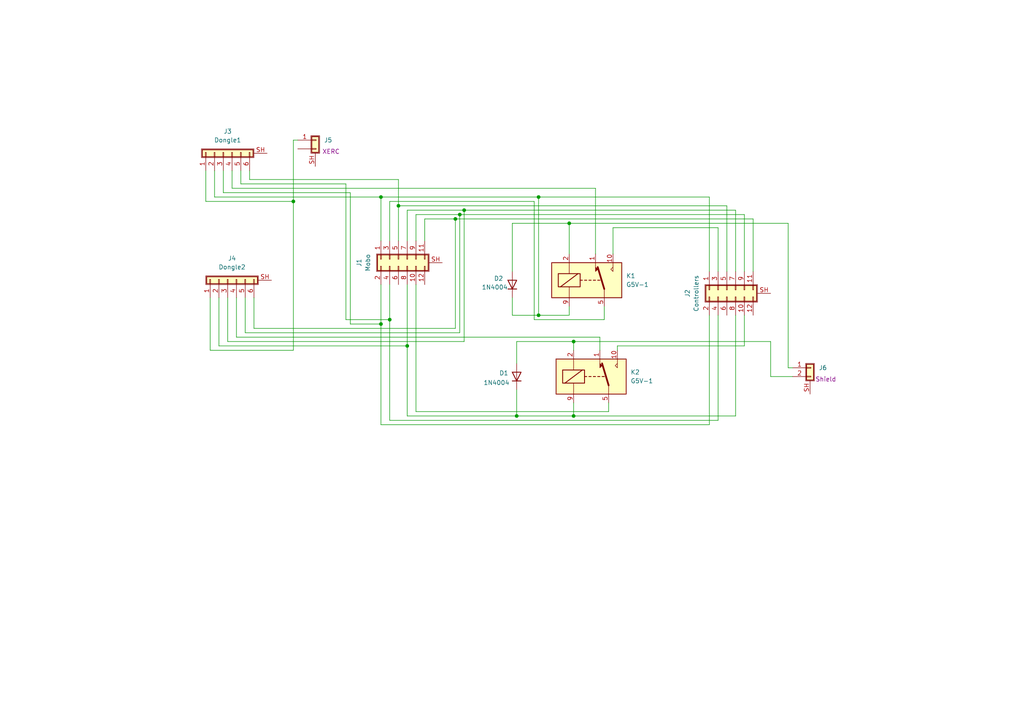
<source format=kicad_sch>
(kicad_sch
	(version 20231120)
	(generator "eeschema")
	(generator_version "8.0")
	(uuid "e4e16d38-c031-4f4f-9a1c-07c4ddbe16fe")
	(paper "A4")
	(lib_symbols
		(symbol "Conn_01x02_Shielded_1"
			(pin_names
				(offset 1.016) hide)
			(exclude_from_sim no)
			(in_bom yes)
			(on_board yes)
			(property "Reference" "J10"
				(at 2.54 0.0001 0)
				(effects
					(font
						(size 1.27 1.27)
					)
					(justify left)
				)
			)
			(property "Value" "XERC"
				(at 2.54 -2.5399 0)
				(effects
					(font
						(size 1.27 1.27)
					)
					(justify left)
					(hide yes)
				)
			)
			(property "Footprint" "Connector_JST:JST_SH_BM02B-SRSS-TB_1x02-1MP_P1.00mm_Vertical"
				(at 0 0 0)
				(effects
					(font
						(size 1.27 1.27)
					)
					(hide yes)
				)
			)
			(property "Datasheet" "~"
				(at 0 0 0)
				(effects
					(font
						(size 1.27 1.27)
					)
					(hide yes)
				)
			)
			(property "Description" "XERC"
				(at 4.572 -3.302 0)
				(effects
					(font
						(size 1.27 1.27)
					)
				)
			)
			(property "ki_keywords" "connector"
				(at 0 0 0)
				(effects
					(font
						(size 1.27 1.27)
					)
					(hide yes)
				)
			)
			(property "ki_fp_filters" "Connector*:*_1x??-1SH*"
				(at 0 0 0)
				(effects
					(font
						(size 1.27 1.27)
					)
					(hide yes)
				)
			)
			(symbol "Conn_01x02_Shielded_1_1_1"
				(rectangle
					(start -1.27 1.27)
					(end 1.27 -3.81)
					(stroke
						(width 0.1524)
						(type default)
					)
					(fill
						(type none)
					)
				)
				(rectangle
					(start -1.016 -2.413)
					(end 0.254 -2.667)
					(stroke
						(width 0.1524)
						(type default)
					)
					(fill
						(type none)
					)
				)
				(rectangle
					(start -1.016 0.127)
					(end 0.254 -0.127)
					(stroke
						(width 0.1524)
						(type default)
					)
					(fill
						(type none)
					)
				)
				(rectangle
					(start -1.016 1.016)
					(end 1.016 -3.556)
					(stroke
						(width 0.254)
						(type default)
					)
					(fill
						(type background)
					)
				)
				(pin passive line
					(at -5.08 -2.54 0)
					(length 4.064)
					(name "Pin_2"
						(effects
							(font
								(size 1.27 1.27)
							)
						)
					)
					(number ""
						(effects
							(font
								(size 1.27 1.27)
							)
						)
					)
				)
				(pin passive line
					(at -5.08 0 0)
					(length 4.064)
					(name "Pin_1"
						(effects
							(font
								(size 1.27 1.27)
							)
						)
					)
					(number "1"
						(effects
							(font
								(size 1.27 1.27)
							)
						)
					)
				)
				(pin passive line
					(at 0 -7.62 90)
					(length 3.81)
					(name "Shield"
						(effects
							(font
								(size 1.27 1.27)
							)
						)
					)
					(number "SH"
						(effects
							(font
								(size 1.27 1.27)
							)
						)
					)
				)
			)
		)
		(symbol "Conn_01x02_Shielded_2"
			(pin_names
				(offset 1.016) hide)
			(exclude_from_sim no)
			(in_bom yes)
			(on_board yes)
			(property "Reference" "J6"
				(at 2.54 0.0001 0)
				(effects
					(font
						(size 1.27 1.27)
					)
					(justify left)
				)
			)
			(property "Value" "Shield"
				(at 2.54 -2.5399 0)
				(effects
					(font
						(size 1.27 1.27)
					)
					(justify left)
					(hide yes)
				)
			)
			(property "Footprint" "Connector_Molex:Molex_PicoBlade_53261-0271_1x02-1MP_P1.25mm_Horizontal"
				(at 0 0 0)
				(effects
					(font
						(size 1.27 1.27)
					)
					(hide yes)
				)
			)
			(property "Datasheet" "~"
				(at 0 0 0)
				(effects
					(font
						(size 1.27 1.27)
					)
					(hide yes)
				)
			)
			(property "Description" "Shield"
				(at 4.572 -3.302 0)
				(effects
					(font
						(size 1.27 1.27)
					)
				)
			)
			(property "ki_keywords" "connector"
				(at 0 0 0)
				(effects
					(font
						(size 1.27 1.27)
					)
					(hide yes)
				)
			)
			(property "ki_fp_filters" "Connector*:*_1x??-1SH*"
				(at 0 0 0)
				(effects
					(font
						(size 1.27 1.27)
					)
					(hide yes)
				)
			)
			(symbol "Conn_01x02_Shielded_2_1_1"
				(rectangle
					(start -1.27 1.27)
					(end 1.27 -3.81)
					(stroke
						(width 0.1524)
						(type default)
					)
					(fill
						(type none)
					)
				)
				(rectangle
					(start -1.016 -2.413)
					(end 0.254 -2.667)
					(stroke
						(width 0.1524)
						(type default)
					)
					(fill
						(type none)
					)
				)
				(rectangle
					(start -1.016 0.127)
					(end 0.254 -0.127)
					(stroke
						(width 0.1524)
						(type default)
					)
					(fill
						(type none)
					)
				)
				(rectangle
					(start -1.016 1.016)
					(end 1.016 -3.556)
					(stroke
						(width 0.254)
						(type default)
					)
					(fill
						(type background)
					)
				)
				(pin passive line
					(at -5.08 0 0)
					(length 4.064)
					(name "Pin_1"
						(effects
							(font
								(size 1.27 1.27)
							)
						)
					)
					(number "1"
						(effects
							(font
								(size 1.27 1.27)
							)
						)
					)
				)
				(pin passive line
					(at -5.08 -2.54 0)
					(length 4.064)
					(name "Pin_2"
						(effects
							(font
								(size 1.27 1.27)
							)
						)
					)
					(number "2"
						(effects
							(font
								(size 1.27 1.27)
							)
						)
					)
				)
				(pin passive line
					(at 0 -7.62 90)
					(length 3.81)
					(name "Shield"
						(effects
							(font
								(size 1.27 1.27)
							)
						)
					)
					(number "SH"
						(effects
							(font
								(size 1.27 1.27)
							)
						)
					)
				)
			)
		)
		(symbol "Connector_Generic_Shielded:Conn_01x06_Shielded"
			(pin_names
				(offset 1.016) hide)
			(exclude_from_sim no)
			(in_bom yes)
			(on_board yes)
			(property "Reference" "J"
				(at 0.254 7.366 0)
				(effects
					(font
						(size 1.27 1.27)
					)
				)
			)
			(property "Value" "Conn_01x06_Shielded"
				(at 1.016 -9.906 0)
				(effects
					(font
						(size 1.27 1.27)
					)
					(justify left)
				)
			)
			(property "Footprint" ""
				(at 0 0 0)
				(effects
					(font
						(size 1.27 1.27)
					)
					(hide yes)
				)
			)
			(property "Datasheet" "~"
				(at 0 0 0)
				(effects
					(font
						(size 1.27 1.27)
					)
					(hide yes)
				)
			)
			(property "Description" "Generic shielded connector, single row, 01x06, script generated (kicad-library-utils/schlib/autogen/connector/)"
				(at 0 0 0)
				(effects
					(font
						(size 1.27 1.27)
					)
					(hide yes)
				)
			)
			(property "ki_keywords" "connector"
				(at 0 0 0)
				(effects
					(font
						(size 1.27 1.27)
					)
					(hide yes)
				)
			)
			(property "ki_fp_filters" "Connector*:*_1x??-1SH*"
				(at 0 0 0)
				(effects
					(font
						(size 1.27 1.27)
					)
					(hide yes)
				)
			)
			(symbol "Conn_01x06_Shielded_1_1"
				(rectangle
					(start -1.27 6.35)
					(end 1.27 -8.89)
					(stroke
						(width 0.1524)
						(type default)
					)
					(fill
						(type none)
					)
				)
				(rectangle
					(start -1.016 -7.493)
					(end 0.254 -7.747)
					(stroke
						(width 0.1524)
						(type default)
					)
					(fill
						(type none)
					)
				)
				(rectangle
					(start -1.016 -4.953)
					(end 0.254 -5.207)
					(stroke
						(width 0.1524)
						(type default)
					)
					(fill
						(type none)
					)
				)
				(rectangle
					(start -1.016 -2.413)
					(end 0.254 -2.667)
					(stroke
						(width 0.1524)
						(type default)
					)
					(fill
						(type none)
					)
				)
				(rectangle
					(start -1.016 0.127)
					(end 0.254 -0.127)
					(stroke
						(width 0.1524)
						(type default)
					)
					(fill
						(type none)
					)
				)
				(rectangle
					(start -1.016 2.667)
					(end 0.254 2.413)
					(stroke
						(width 0.1524)
						(type default)
					)
					(fill
						(type none)
					)
				)
				(rectangle
					(start -1.016 5.207)
					(end 0.254 4.953)
					(stroke
						(width 0.1524)
						(type default)
					)
					(fill
						(type none)
					)
				)
				(rectangle
					(start -1.016 6.096)
					(end 1.016 -8.636)
					(stroke
						(width 0.254)
						(type default)
					)
					(fill
						(type background)
					)
				)
				(pin passive line
					(at -5.08 5.08 0)
					(length 4.064)
					(name "Pin_1"
						(effects
							(font
								(size 1.27 1.27)
							)
						)
					)
					(number "1"
						(effects
							(font
								(size 1.27 1.27)
							)
						)
					)
				)
				(pin passive line
					(at -5.08 2.54 0)
					(length 4.064)
					(name "Pin_2"
						(effects
							(font
								(size 1.27 1.27)
							)
						)
					)
					(number "2"
						(effects
							(font
								(size 1.27 1.27)
							)
						)
					)
				)
				(pin passive line
					(at -5.08 0 0)
					(length 4.064)
					(name "Pin_3"
						(effects
							(font
								(size 1.27 1.27)
							)
						)
					)
					(number "3"
						(effects
							(font
								(size 1.27 1.27)
							)
						)
					)
				)
				(pin passive line
					(at -5.08 -2.54 0)
					(length 4.064)
					(name "Pin_4"
						(effects
							(font
								(size 1.27 1.27)
							)
						)
					)
					(number "4"
						(effects
							(font
								(size 1.27 1.27)
							)
						)
					)
				)
				(pin passive line
					(at -5.08 -5.08 0)
					(length 4.064)
					(name "Pin_5"
						(effects
							(font
								(size 1.27 1.27)
							)
						)
					)
					(number "5"
						(effects
							(font
								(size 1.27 1.27)
							)
						)
					)
				)
				(pin passive line
					(at -5.08 -7.62 0)
					(length 4.064)
					(name "Pin_6"
						(effects
							(font
								(size 1.27 1.27)
							)
						)
					)
					(number "6"
						(effects
							(font
								(size 1.27 1.27)
							)
						)
					)
				)
				(pin passive line
					(at 0 -12.7 90)
					(length 3.81)
					(name "Shield"
						(effects
							(font
								(size 1.27 1.27)
							)
						)
					)
					(number "SH"
						(effects
							(font
								(size 1.27 1.27)
							)
						)
					)
				)
			)
		)
		(symbol "Connector_Generic_Shielded:Conn_02x06_Odd_Even_Shielded"
			(pin_names
				(offset 1.016) hide)
			(exclude_from_sim no)
			(in_bom yes)
			(on_board yes)
			(property "Reference" "J"
				(at 1.524 7.366 0)
				(effects
					(font
						(size 1.27 1.27)
					)
				)
			)
			(property "Value" "Conn_02x06_Odd_Even_Shielded"
				(at 2.286 -9.906 0)
				(effects
					(font
						(size 1.27 1.27)
					)
					(justify left)
				)
			)
			(property "Footprint" ""
				(at 0 0 0)
				(effects
					(font
						(size 1.27 1.27)
					)
					(hide yes)
				)
			)
			(property "Datasheet" "~"
				(at 0 0 0)
				(effects
					(font
						(size 1.27 1.27)
					)
					(hide yes)
				)
			)
			(property "Description" "Generic shielded connector, double row, 02x06, odd/even pin numbering scheme (row 1 odd numbers, row 2 even numbers), script generated (kicad-library-utils/schlib/autogen/connector/)"
				(at 0 0 0)
				(effects
					(font
						(size 1.27 1.27)
					)
					(hide yes)
				)
			)
			(property "ki_keywords" "connector"
				(at 0 0 0)
				(effects
					(font
						(size 1.27 1.27)
					)
					(hide yes)
				)
			)
			(property "ki_fp_filters" "Connector*:*_2x??-1SH*"
				(at 0 0 0)
				(effects
					(font
						(size 1.27 1.27)
					)
					(hide yes)
				)
			)
			(symbol "Conn_02x06_Odd_Even_Shielded_1_1"
				(rectangle
					(start -1.27 6.35)
					(end 3.81 -8.89)
					(stroke
						(width 0.1524)
						(type default)
					)
					(fill
						(type none)
					)
				)
				(rectangle
					(start -1.016 -7.493)
					(end 0.254 -7.747)
					(stroke
						(width 0.1524)
						(type default)
					)
					(fill
						(type none)
					)
				)
				(rectangle
					(start -1.016 -4.953)
					(end 0.254 -5.207)
					(stroke
						(width 0.1524)
						(type default)
					)
					(fill
						(type none)
					)
				)
				(rectangle
					(start -1.016 -2.413)
					(end 0.254 -2.667)
					(stroke
						(width 0.1524)
						(type default)
					)
					(fill
						(type none)
					)
				)
				(rectangle
					(start -1.016 0.127)
					(end 0.254 -0.127)
					(stroke
						(width 0.1524)
						(type default)
					)
					(fill
						(type none)
					)
				)
				(rectangle
					(start -1.016 2.667)
					(end 0.254 2.413)
					(stroke
						(width 0.1524)
						(type default)
					)
					(fill
						(type none)
					)
				)
				(rectangle
					(start -1.016 5.207)
					(end 0.254 4.953)
					(stroke
						(width 0.1524)
						(type default)
					)
					(fill
						(type none)
					)
				)
				(rectangle
					(start -1.016 6.096)
					(end 3.556 -8.636)
					(stroke
						(width 0.254)
						(type default)
					)
					(fill
						(type background)
					)
				)
				(rectangle
					(start 3.556 -7.493)
					(end 2.286 -7.747)
					(stroke
						(width 0.1524)
						(type default)
					)
					(fill
						(type none)
					)
				)
				(rectangle
					(start 3.556 -4.953)
					(end 2.286 -5.207)
					(stroke
						(width 0.1524)
						(type default)
					)
					(fill
						(type none)
					)
				)
				(rectangle
					(start 3.556 -2.413)
					(end 2.286 -2.667)
					(stroke
						(width 0.1524)
						(type default)
					)
					(fill
						(type none)
					)
				)
				(rectangle
					(start 3.556 0.127)
					(end 2.286 -0.127)
					(stroke
						(width 0.1524)
						(type default)
					)
					(fill
						(type none)
					)
				)
				(rectangle
					(start 3.556 2.667)
					(end 2.286 2.413)
					(stroke
						(width 0.1524)
						(type default)
					)
					(fill
						(type none)
					)
				)
				(rectangle
					(start 3.556 5.207)
					(end 2.286 4.953)
					(stroke
						(width 0.1524)
						(type default)
					)
					(fill
						(type none)
					)
				)
				(pin passive line
					(at -5.08 5.08 0)
					(length 4.064)
					(name "Pin_1"
						(effects
							(font
								(size 1.27 1.27)
							)
						)
					)
					(number "1"
						(effects
							(font
								(size 1.27 1.27)
							)
						)
					)
				)
				(pin passive line
					(at 7.62 -5.08 180)
					(length 4.064)
					(name "Pin_10"
						(effects
							(font
								(size 1.27 1.27)
							)
						)
					)
					(number "10"
						(effects
							(font
								(size 1.27 1.27)
							)
						)
					)
				)
				(pin passive line
					(at -5.08 -7.62 0)
					(length 4.064)
					(name "Pin_11"
						(effects
							(font
								(size 1.27 1.27)
							)
						)
					)
					(number "11"
						(effects
							(font
								(size 1.27 1.27)
							)
						)
					)
				)
				(pin passive line
					(at 7.62 -7.62 180)
					(length 4.064)
					(name "Pin_12"
						(effects
							(font
								(size 1.27 1.27)
							)
						)
					)
					(number "12"
						(effects
							(font
								(size 1.27 1.27)
							)
						)
					)
				)
				(pin passive line
					(at 7.62 5.08 180)
					(length 4.064)
					(name "Pin_2"
						(effects
							(font
								(size 1.27 1.27)
							)
						)
					)
					(number "2"
						(effects
							(font
								(size 1.27 1.27)
							)
						)
					)
				)
				(pin passive line
					(at -5.08 2.54 0)
					(length 4.064)
					(name "Pin_3"
						(effects
							(font
								(size 1.27 1.27)
							)
						)
					)
					(number "3"
						(effects
							(font
								(size 1.27 1.27)
							)
						)
					)
				)
				(pin passive line
					(at 7.62 2.54 180)
					(length 4.064)
					(name "Pin_4"
						(effects
							(font
								(size 1.27 1.27)
							)
						)
					)
					(number "4"
						(effects
							(font
								(size 1.27 1.27)
							)
						)
					)
				)
				(pin passive line
					(at -5.08 0 0)
					(length 4.064)
					(name "Pin_5"
						(effects
							(font
								(size 1.27 1.27)
							)
						)
					)
					(number "5"
						(effects
							(font
								(size 1.27 1.27)
							)
						)
					)
				)
				(pin passive line
					(at 7.62 0 180)
					(length 4.064)
					(name "Pin_6"
						(effects
							(font
								(size 1.27 1.27)
							)
						)
					)
					(number "6"
						(effects
							(font
								(size 1.27 1.27)
							)
						)
					)
				)
				(pin passive line
					(at -5.08 -2.54 0)
					(length 4.064)
					(name "Pin_7"
						(effects
							(font
								(size 1.27 1.27)
							)
						)
					)
					(number "7"
						(effects
							(font
								(size 1.27 1.27)
							)
						)
					)
				)
				(pin passive line
					(at 7.62 -2.54 180)
					(length 4.064)
					(name "Pin_8"
						(effects
							(font
								(size 1.27 1.27)
							)
						)
					)
					(number "8"
						(effects
							(font
								(size 1.27 1.27)
							)
						)
					)
				)
				(pin passive line
					(at -5.08 -5.08 0)
					(length 4.064)
					(name "Pin_9"
						(effects
							(font
								(size 1.27 1.27)
							)
						)
					)
					(number "9"
						(effects
							(font
								(size 1.27 1.27)
							)
						)
					)
				)
				(pin passive line
					(at 1.27 -12.7 90)
					(length 3.81)
					(name "Shield"
						(effects
							(font
								(size 1.27 1.27)
							)
						)
					)
					(number "SH"
						(effects
							(font
								(size 1.27 1.27)
							)
						)
					)
				)
			)
		)
		(symbol "Diode:1N4004"
			(pin_numbers hide)
			(pin_names hide)
			(exclude_from_sim no)
			(in_bom yes)
			(on_board yes)
			(property "Reference" "D"
				(at 0 2.54 0)
				(effects
					(font
						(size 1.27 1.27)
					)
				)
			)
			(property "Value" "1N4004"
				(at 0 -2.54 0)
				(effects
					(font
						(size 1.27 1.27)
					)
				)
			)
			(property "Footprint" "Diode_THT:D_DO-41_SOD81_P10.16mm_Horizontal"
				(at 0 -4.445 0)
				(effects
					(font
						(size 1.27 1.27)
					)
					(hide yes)
				)
			)
			(property "Datasheet" "http://www.vishay.com/docs/88503/1n4001.pdf"
				(at 0 0 0)
				(effects
					(font
						(size 1.27 1.27)
					)
					(hide yes)
				)
			)
			(property "Description" "400V 1A General Purpose Rectifier Diode, DO-41"
				(at 0 0 0)
				(effects
					(font
						(size 1.27 1.27)
					)
					(hide yes)
				)
			)
			(property "Sim.Device" "D"
				(at 0 0 0)
				(effects
					(font
						(size 1.27 1.27)
					)
					(hide yes)
				)
			)
			(property "Sim.Pins" "1=K 2=A"
				(at 0 0 0)
				(effects
					(font
						(size 1.27 1.27)
					)
					(hide yes)
				)
			)
			(property "ki_keywords" "diode"
				(at 0 0 0)
				(effects
					(font
						(size 1.27 1.27)
					)
					(hide yes)
				)
			)
			(property "ki_fp_filters" "D*DO?41*"
				(at 0 0 0)
				(effects
					(font
						(size 1.27 1.27)
					)
					(hide yes)
				)
			)
			(symbol "1N4004_0_1"
				(polyline
					(pts
						(xy -1.27 1.27) (xy -1.27 -1.27)
					)
					(stroke
						(width 0.254)
						(type default)
					)
					(fill
						(type none)
					)
				)
				(polyline
					(pts
						(xy 1.27 0) (xy -1.27 0)
					)
					(stroke
						(width 0)
						(type default)
					)
					(fill
						(type none)
					)
				)
				(polyline
					(pts
						(xy 1.27 1.27) (xy 1.27 -1.27) (xy -1.27 0) (xy 1.27 1.27)
					)
					(stroke
						(width 0.254)
						(type default)
					)
					(fill
						(type none)
					)
				)
			)
			(symbol "1N4004_1_1"
				(pin passive line
					(at -3.81 0 0)
					(length 2.54)
					(name "K"
						(effects
							(font
								(size 1.27 1.27)
							)
						)
					)
					(number "1"
						(effects
							(font
								(size 1.27 1.27)
							)
						)
					)
				)
				(pin passive line
					(at 3.81 0 180)
					(length 2.54)
					(name "A"
						(effects
							(font
								(size 1.27 1.27)
							)
						)
					)
					(number "2"
						(effects
							(font
								(size 1.27 1.27)
							)
						)
					)
				)
			)
		)
		(symbol "Relay:G5V-1"
			(exclude_from_sim no)
			(in_bom yes)
			(on_board yes)
			(property "Reference" "K"
				(at 11.43 3.81 0)
				(effects
					(font
						(size 1.27 1.27)
					)
					(justify left)
				)
			)
			(property "Value" "G5V-1"
				(at 11.43 1.27 0)
				(effects
					(font
						(size 1.27 1.27)
					)
					(justify left)
				)
			)
			(property "Footprint" "Relay_THT:Relay_SPDT_Omron_G5V-1"
				(at 28.702 -0.762 0)
				(effects
					(font
						(size 1.27 1.27)
					)
					(hide yes)
				)
			)
			(property "Datasheet" "http://omronfs.omron.com/en_US/ecb/products/pdf/en-g5v_1.pdf"
				(at 0 0 0)
				(effects
					(font
						(size 1.27 1.27)
					)
					(hide yes)
				)
			)
			(property "Description" "Ultra-miniature, Highly Sensitive SPDT Relay for Signal Circuits"
				(at 0 0 0)
				(effects
					(font
						(size 1.27 1.27)
					)
					(hide yes)
				)
			)
			(property "ki_keywords" "Single Pole Relay SPDT"
				(at 0 0 0)
				(effects
					(font
						(size 1.27 1.27)
					)
					(hide yes)
				)
			)
			(property "ki_fp_filters" "Relay*SPDT*Omron*G5V?1*"
				(at 0 0 0)
				(effects
					(font
						(size 1.27 1.27)
					)
					(hide yes)
				)
			)
			(symbol "G5V-1_0_0"
				(polyline
					(pts
						(xy 7.62 5.08) (xy 7.62 2.54) (xy 6.985 3.175) (xy 7.62 3.81)
					)
					(stroke
						(width 0)
						(type default)
					)
					(fill
						(type none)
					)
				)
			)
			(symbol "G5V-1_0_1"
				(rectangle
					(start -10.16 5.08)
					(end 10.16 -5.08)
					(stroke
						(width 0.254)
						(type default)
					)
					(fill
						(type background)
					)
				)
				(rectangle
					(start -8.255 1.905)
					(end -1.905 -1.905)
					(stroke
						(width 0.254)
						(type default)
					)
					(fill
						(type none)
					)
				)
				(polyline
					(pts
						(xy -7.62 -1.905) (xy -2.54 1.905)
					)
					(stroke
						(width 0.254)
						(type default)
					)
					(fill
						(type none)
					)
				)
				(polyline
					(pts
						(xy -5.08 -5.08) (xy -5.08 -1.905)
					)
					(stroke
						(width 0)
						(type default)
					)
					(fill
						(type none)
					)
				)
				(polyline
					(pts
						(xy -5.08 5.08) (xy -5.08 1.905)
					)
					(stroke
						(width 0)
						(type default)
					)
					(fill
						(type none)
					)
				)
				(polyline
					(pts
						(xy -1.905 0) (xy -1.27 0)
					)
					(stroke
						(width 0.254)
						(type default)
					)
					(fill
						(type none)
					)
				)
				(polyline
					(pts
						(xy -0.635 0) (xy 0 0)
					)
					(stroke
						(width 0.254)
						(type default)
					)
					(fill
						(type none)
					)
				)
				(polyline
					(pts
						(xy 0.635 0) (xy 1.27 0)
					)
					(stroke
						(width 0.254)
						(type default)
					)
					(fill
						(type none)
					)
				)
				(polyline
					(pts
						(xy 1.905 0) (xy 2.54 0)
					)
					(stroke
						(width 0.254)
						(type default)
					)
					(fill
						(type none)
					)
				)
				(polyline
					(pts
						(xy 3.175 0) (xy 3.81 0)
					)
					(stroke
						(width 0.254)
						(type default)
					)
					(fill
						(type none)
					)
				)
				(polyline
					(pts
						(xy 5.08 -2.54) (xy 3.175 3.81)
					)
					(stroke
						(width 0.508)
						(type default)
					)
					(fill
						(type none)
					)
				)
				(polyline
					(pts
						(xy 5.08 -2.54) (xy 5.08 -5.08)
					)
					(stroke
						(width 0)
						(type default)
					)
					(fill
						(type none)
					)
				)
				(polyline
					(pts
						(xy 2.54 5.08) (xy 2.54 2.54) (xy 3.175 3.175) (xy 2.54 3.81)
					)
					(stroke
						(width 0)
						(type default)
					)
					(fill
						(type outline)
					)
				)
			)
			(symbol "G5V-1_1_1"
				(pin passive line
					(at 2.54 7.62 270)
					(length 2.54)
					(name "~"
						(effects
							(font
								(size 1.27 1.27)
							)
						)
					)
					(number "1"
						(effects
							(font
								(size 1.27 1.27)
							)
						)
					)
				)
				(pin passive line
					(at 7.62 7.62 270)
					(length 2.54)
					(name "~"
						(effects
							(font
								(size 1.27 1.27)
							)
						)
					)
					(number "10"
						(effects
							(font
								(size 1.27 1.27)
							)
						)
					)
				)
				(pin passive line
					(at -5.08 7.62 270)
					(length 2.54)
					(name "~"
						(effects
							(font
								(size 1.27 1.27)
							)
						)
					)
					(number "2"
						(effects
							(font
								(size 1.27 1.27)
							)
						)
					)
				)
				(pin passive line
					(at 5.08 -7.62 90)
					(length 2.54)
					(name "~"
						(effects
							(font
								(size 1.27 1.27)
							)
						)
					)
					(number "5"
						(effects
							(font
								(size 1.27 1.27)
							)
						)
					)
				)
				(pin passive line
					(at 5.08 -7.62 90)
					(length 2.54) hide
					(name "~"
						(effects
							(font
								(size 1.27 1.27)
							)
						)
					)
					(number "6"
						(effects
							(font
								(size 1.27 1.27)
							)
						)
					)
				)
				(pin passive line
					(at -5.08 -7.62 90)
					(length 2.54)
					(name "~"
						(effects
							(font
								(size 1.27 1.27)
							)
						)
					)
					(number "9"
						(effects
							(font
								(size 1.27 1.27)
							)
						)
					)
				)
			)
		)
	)
	(junction
		(at 166.37 99.06)
		(diameter 0)
		(color 0 0 0 0)
		(uuid "0ceee93a-9b51-4631-b903-57fcc92403ca")
	)
	(junction
		(at 166.37 120.65)
		(diameter 0)
		(color 0 0 0 0)
		(uuid "3fac8339-b306-496e-87c3-0d052800160f")
	)
	(junction
		(at 133.35 62.23)
		(diameter 0)
		(color 0 0 0 0)
		(uuid "418dc362-b9ed-40e4-ba36-783d6941eba3")
	)
	(junction
		(at 156.21 91.44)
		(diameter 0)
		(color 0 0 0 0)
		(uuid "4d8e2395-c6a4-4d59-95ae-5f419b7b8534")
	)
	(junction
		(at 156.21 57.15)
		(diameter 0)
		(color 0 0 0 0)
		(uuid "56f6f68e-51f7-444f-9ba1-ba7cc8aa66ee")
	)
	(junction
		(at 115.57 59.69)
		(diameter 0)
		(color 0 0 0 0)
		(uuid "61cd2c28-6944-4426-85f9-fa748b3d4cd2")
	)
	(junction
		(at 132.08 63.5)
		(diameter 0)
		(color 0 0 0 0)
		(uuid "8819f7ec-6b76-4a9b-907c-cc289aed7d5e")
	)
	(junction
		(at 113.03 92.71)
		(diameter 0)
		(color 0 0 0 0)
		(uuid "a079c0cd-043f-41a8-9089-b62affedb452")
	)
	(junction
		(at 110.49 93.98)
		(diameter 0)
		(color 0 0 0 0)
		(uuid "a471f91d-4556-4385-bf0e-7eade95bede9")
	)
	(junction
		(at 149.86 120.65)
		(diameter 0)
		(color 0 0 0 0)
		(uuid "a6f26b28-422a-4623-9922-5f915ba4bdd8")
	)
	(junction
		(at 118.11 100.33)
		(diameter 0)
		(color 0 0 0 0)
		(uuid "bb6ea104-bc4d-45fa-a84f-107bd0e807cf")
	)
	(junction
		(at 165.1 64.77)
		(diameter 0)
		(color 0 0 0 0)
		(uuid "c99730ce-aa25-4841-a5b5-29203e1c3312")
	)
	(junction
		(at 85.09 58.42)
		(diameter 0)
		(color 0 0 0 0)
		(uuid "d557721d-bca0-4251-8ddd-4a6304ad9a23")
	)
	(junction
		(at 134.62 60.96)
		(diameter 0)
		(color 0 0 0 0)
		(uuid "fd94c97d-3f28-45ae-84bb-d23eee2c0615")
	)
	(junction
		(at 110.49 57.15)
		(diameter 0)
		(color 0 0 0 0)
		(uuid "fdddc9ad-999f-4031-b497-fc91495ed4bb")
	)
	(wire
		(pts
			(xy 118.11 60.96) (xy 134.62 60.96)
		)
		(stroke
			(width 0)
			(type default)
		)
		(uuid "008a06cd-23bb-400d-a9c8-fef192f59354")
	)
	(wire
		(pts
			(xy 166.37 99.06) (xy 223.52 99.06)
		)
		(stroke
			(width 0)
			(type default)
		)
		(uuid "0554c922-9685-4a3e-9f32-ffec639c4667")
	)
	(wire
		(pts
			(xy 59.69 58.42) (xy 85.09 58.42)
		)
		(stroke
			(width 0)
			(type default)
		)
		(uuid "07a80df2-1d72-4eb6-a0a5-14326112bd8f")
	)
	(wire
		(pts
			(xy 60.96 101.6) (xy 60.96 86.36)
		)
		(stroke
			(width 0)
			(type default)
		)
		(uuid "08aa8f31-2a21-459f-8549-419d55870f78")
	)
	(wire
		(pts
			(xy 176.53 119.38) (xy 176.53 116.84)
		)
		(stroke
			(width 0)
			(type default)
		)
		(uuid "0cf584c7-c607-4d1c-9acc-90aa151d4df7")
	)
	(wire
		(pts
			(xy 223.52 99.06) (xy 223.52 109.22)
		)
		(stroke
			(width 0)
			(type default)
		)
		(uuid "1145fe28-ffc3-496b-9fac-eef9cc775023")
	)
	(wire
		(pts
			(xy 110.49 123.19) (xy 205.74 123.19)
		)
		(stroke
			(width 0)
			(type default)
		)
		(uuid "137d32d9-1abe-4eb9-b36c-28f2a36c9a14")
	)
	(wire
		(pts
			(xy 120.65 82.55) (xy 120.65 119.38)
		)
		(stroke
			(width 0)
			(type default)
		)
		(uuid "15e67f7d-9c6a-4f1b-b511-1de85c9290e7")
	)
	(wire
		(pts
			(xy 165.1 64.77) (xy 148.59 64.77)
		)
		(stroke
			(width 0)
			(type default)
		)
		(uuid "1792b596-de45-4c91-86fd-669c815bc4f4")
	)
	(wire
		(pts
			(xy 156.21 57.15) (xy 156.21 91.44)
		)
		(stroke
			(width 0)
			(type default)
		)
		(uuid "17977817-bf4b-4191-851e-3d615aa0d874")
	)
	(wire
		(pts
			(xy 165.1 91.44) (xy 165.1 88.9)
		)
		(stroke
			(width 0)
			(type default)
		)
		(uuid "1aa2b61e-10d8-4fc4-a737-6fb4695f35da")
	)
	(wire
		(pts
			(xy 215.9 62.23) (xy 215.9 78.74)
		)
		(stroke
			(width 0)
			(type default)
		)
		(uuid "1d9aea88-b415-408c-bd54-08939155aab9")
	)
	(wire
		(pts
			(xy 156.21 91.44) (xy 165.1 91.44)
		)
		(stroke
			(width 0)
			(type default)
		)
		(uuid "2131bdb4-cb2c-49d4-b46c-c32d18c6e70a")
	)
	(wire
		(pts
			(xy 156.21 91.44) (xy 148.59 91.44)
		)
		(stroke
			(width 0)
			(type default)
		)
		(uuid "2221d815-9dfb-499f-8167-dc6210e5ea6b")
	)
	(wire
		(pts
			(xy 115.57 52.07) (xy 115.57 59.69)
		)
		(stroke
			(width 0)
			(type default)
		)
		(uuid "25fe5890-84df-43e5-a043-9b00f9de65d9")
	)
	(wire
		(pts
			(xy 149.86 120.65) (xy 149.86 113.03)
		)
		(stroke
			(width 0)
			(type default)
		)
		(uuid "2dc0c9f4-3000-4b87-b208-ddfbaf0a7066")
	)
	(wire
		(pts
			(xy 64.77 55.88) (xy 101.6 55.88)
		)
		(stroke
			(width 0)
			(type default)
		)
		(uuid "3063c251-fd63-45a9-8141-3bea99fc2bc6")
	)
	(wire
		(pts
			(xy 72.39 49.53) (xy 72.39 52.07)
		)
		(stroke
			(width 0)
			(type default)
		)
		(uuid "31d6aa0b-8366-4d49-9110-c97e169be353")
	)
	(wire
		(pts
			(xy 177.8 73.66) (xy 177.8 66.04)
		)
		(stroke
			(width 0)
			(type default)
		)
		(uuid "326e8696-9ec6-49dd-a1b1-e2a95c341e5a")
	)
	(wire
		(pts
			(xy 110.49 82.55) (xy 110.49 93.98)
		)
		(stroke
			(width 0)
			(type default)
		)
		(uuid "348ef77f-177f-435e-b7d2-590269caadf2")
	)
	(wire
		(pts
			(xy 208.28 66.04) (xy 208.28 78.74)
		)
		(stroke
			(width 0)
			(type default)
		)
		(uuid "34d364d9-f3c8-4a15-a582-38b1fea9e39c")
	)
	(wire
		(pts
			(xy 113.03 92.71) (xy 113.03 121.92)
		)
		(stroke
			(width 0)
			(type default)
		)
		(uuid "3529218a-e59a-4eaf-818c-33d7972c4f91")
	)
	(wire
		(pts
			(xy 172.72 54.61) (xy 67.31 54.61)
		)
		(stroke
			(width 0)
			(type default)
		)
		(uuid "354c217a-4530-4645-8403-6ecb7420ff2b")
	)
	(wire
		(pts
			(xy 223.52 109.22) (xy 229.87 109.22)
		)
		(stroke
			(width 0)
			(type default)
		)
		(uuid "3c4f2ceb-3286-4538-81e0-9be62433be34")
	)
	(wire
		(pts
			(xy 166.37 120.65) (xy 213.36 120.65)
		)
		(stroke
			(width 0)
			(type default)
		)
		(uuid "3d2faabe-d79a-40d1-acd8-87a35ef2e1d9")
	)
	(wire
		(pts
			(xy 133.35 62.23) (xy 133.35 96.52)
		)
		(stroke
			(width 0)
			(type default)
		)
		(uuid "4079f76d-dd17-4db4-a60a-ecc7ed107a8f")
	)
	(wire
		(pts
			(xy 165.1 64.77) (xy 228.6 64.77)
		)
		(stroke
			(width 0)
			(type default)
		)
		(uuid "41298f14-e9e5-4bfe-9c01-8ab6ff3a7575")
	)
	(wire
		(pts
			(xy 66.04 86.36) (xy 66.04 99.06)
		)
		(stroke
			(width 0)
			(type default)
		)
		(uuid "42f1e316-9d87-4b08-8016-a2ef03f6ee29")
	)
	(wire
		(pts
			(xy 73.66 86.36) (xy 73.66 95.25)
		)
		(stroke
			(width 0)
			(type default)
		)
		(uuid "4704f090-f1eb-459c-a8f6-e29b5c47a69a")
	)
	(wire
		(pts
			(xy 205.74 91.44) (xy 205.74 123.19)
		)
		(stroke
			(width 0)
			(type default)
		)
		(uuid "47a72ee8-b15d-4126-a07e-6c197ff04144")
	)
	(wire
		(pts
			(xy 113.03 58.42) (xy 154.94 58.42)
		)
		(stroke
			(width 0)
			(type default)
		)
		(uuid "47f623ea-4e03-44f4-871d-c4e16a947e40")
	)
	(wire
		(pts
			(xy 166.37 120.65) (xy 149.86 120.65)
		)
		(stroke
			(width 0)
			(type default)
		)
		(uuid "4bfd6291-57ec-4087-96ae-fa60a025f675")
	)
	(wire
		(pts
			(xy 156.21 57.15) (xy 205.74 57.15)
		)
		(stroke
			(width 0)
			(type default)
		)
		(uuid "5544a47d-28f1-4291-8fa0-74590e912e95")
	)
	(wire
		(pts
			(xy 228.6 64.77) (xy 228.6 106.68)
		)
		(stroke
			(width 0)
			(type default)
		)
		(uuid "5681da70-201c-4478-bfcd-bf8e0633f28f")
	)
	(wire
		(pts
			(xy 118.11 100.33) (xy 118.11 120.65)
		)
		(stroke
			(width 0)
			(type default)
		)
		(uuid "58f6520b-7a37-4ab5-9b97-e20c9e952d79")
	)
	(wire
		(pts
			(xy 166.37 116.84) (xy 166.37 120.65)
		)
		(stroke
			(width 0)
			(type default)
		)
		(uuid "58fe058a-80d0-4a31-a068-3111fc8564f6")
	)
	(wire
		(pts
			(xy 71.12 96.52) (xy 71.12 86.36)
		)
		(stroke
			(width 0)
			(type default)
		)
		(uuid "5b05f66e-a39b-4628-90ba-a0f0778c0193")
	)
	(wire
		(pts
			(xy 210.82 59.69) (xy 210.82 78.74)
		)
		(stroke
			(width 0)
			(type default)
		)
		(uuid "5ebf858f-d75c-43e8-a173-78d525ee273b")
	)
	(wire
		(pts
			(xy 101.6 93.98) (xy 110.49 93.98)
		)
		(stroke
			(width 0)
			(type default)
		)
		(uuid "619ccd67-53dc-4506-9c41-1add3c177ab5")
	)
	(wire
		(pts
			(xy 72.39 52.07) (xy 115.57 52.07)
		)
		(stroke
			(width 0)
			(type default)
		)
		(uuid "62256184-c8cd-41b3-8fb7-90722207da1c")
	)
	(wire
		(pts
			(xy 113.03 92.71) (xy 100.33 92.71)
		)
		(stroke
			(width 0)
			(type default)
		)
		(uuid "6496cb85-d821-4158-ab82-e3b7a72458ca")
	)
	(wire
		(pts
			(xy 173.99 101.6) (xy 173.99 97.79)
		)
		(stroke
			(width 0)
			(type default)
		)
		(uuid "649817a3-f43c-4de0-8f67-ff5a23c411dd")
	)
	(wire
		(pts
			(xy 205.74 57.15) (xy 205.74 78.74)
		)
		(stroke
			(width 0)
			(type default)
		)
		(uuid "688ef12c-b195-4a03-84da-db9b351acf83")
	)
	(wire
		(pts
			(xy 132.08 63.5) (xy 218.44 63.5)
		)
		(stroke
			(width 0)
			(type default)
		)
		(uuid "69a40d2f-7763-463c-9277-55aeca698e54")
	)
	(wire
		(pts
			(xy 85.09 101.6) (xy 60.96 101.6)
		)
		(stroke
			(width 0)
			(type default)
		)
		(uuid "6a43d3c2-e88b-478a-93ae-9a9ebba34d67")
	)
	(wire
		(pts
			(xy 166.37 99.06) (xy 166.37 101.6)
		)
		(stroke
			(width 0)
			(type default)
		)
		(uuid "6b3f9909-4e09-4801-b0ca-96fc9bd88271")
	)
	(wire
		(pts
			(xy 154.94 58.42) (xy 154.94 92.71)
		)
		(stroke
			(width 0)
			(type default)
		)
		(uuid "6f1f2dfc-c589-43c3-87a6-3b2dc7770400")
	)
	(wire
		(pts
			(xy 154.94 92.71) (xy 175.26 92.71)
		)
		(stroke
			(width 0)
			(type default)
		)
		(uuid "75fe591a-155c-44e0-9f04-97f2b805ee62")
	)
	(wire
		(pts
			(xy 172.72 73.66) (xy 172.72 54.61)
		)
		(stroke
			(width 0)
			(type default)
		)
		(uuid "770f8476-c4f5-412e-8f59-bc37572cd5b7")
	)
	(wire
		(pts
			(xy 64.77 49.53) (xy 64.77 55.88)
		)
		(stroke
			(width 0)
			(type default)
		)
		(uuid "78afee71-ec9b-4f55-aaa8-6ea44fe88578")
	)
	(wire
		(pts
			(xy 213.36 60.96) (xy 213.36 78.74)
		)
		(stroke
			(width 0)
			(type default)
		)
		(uuid "78c9f890-3d83-4f88-b40d-cb03d913593d")
	)
	(wire
		(pts
			(xy 73.66 95.25) (xy 132.08 95.25)
		)
		(stroke
			(width 0)
			(type default)
		)
		(uuid "7a2a3618-f7c1-47ae-8c58-110e8b0579ad")
	)
	(wire
		(pts
			(xy 113.03 58.42) (xy 113.03 69.85)
		)
		(stroke
			(width 0)
			(type default)
		)
		(uuid "7b8878dd-42a0-4047-8457-2a105240b556")
	)
	(wire
		(pts
			(xy 148.59 91.44) (xy 148.59 86.36)
		)
		(stroke
			(width 0)
			(type default)
		)
		(uuid "7cd7c0de-99ae-4fbf-9cf2-e7baee9618df")
	)
	(wire
		(pts
			(xy 213.36 91.44) (xy 213.36 120.65)
		)
		(stroke
			(width 0)
			(type default)
		)
		(uuid "7e535096-f80c-41d9-8d64-548ea156a13d")
	)
	(wire
		(pts
			(xy 59.69 49.53) (xy 59.69 58.42)
		)
		(stroke
			(width 0)
			(type default)
		)
		(uuid "7e6db6c7-0ec7-4e2e-bbca-df74982fbd89")
	)
	(wire
		(pts
			(xy 133.35 96.52) (xy 71.12 96.52)
		)
		(stroke
			(width 0)
			(type default)
		)
		(uuid "7ee95d4f-b9c2-4f5e-ac9b-4d6f9fdaaaa7")
	)
	(wire
		(pts
			(xy 62.23 49.53) (xy 62.23 57.15)
		)
		(stroke
			(width 0)
			(type default)
		)
		(uuid "80f059b7-e25d-4094-b6fb-13e2650fdb0c")
	)
	(wire
		(pts
			(xy 85.09 40.64) (xy 85.09 58.42)
		)
		(stroke
			(width 0)
			(type default)
		)
		(uuid "8a3e98a4-e8f1-494c-a7fc-19cd6d8cbfb4")
	)
	(wire
		(pts
			(xy 215.9 91.44) (xy 215.9 100.33)
		)
		(stroke
			(width 0)
			(type default)
		)
		(uuid "8bf1c33d-9243-41b7-b2ca-d2f2a9befd8e")
	)
	(wire
		(pts
			(xy 123.19 63.5) (xy 132.08 63.5)
		)
		(stroke
			(width 0)
			(type default)
		)
		(uuid "8cfc90a7-381a-429d-8bb9-8caa70d0e273")
	)
	(wire
		(pts
			(xy 118.11 82.55) (xy 118.11 100.33)
		)
		(stroke
			(width 0)
			(type default)
		)
		(uuid "8d444316-9791-4269-a25d-7329e8bdf81f")
	)
	(wire
		(pts
			(xy 218.44 63.5) (xy 218.44 78.74)
		)
		(stroke
			(width 0)
			(type default)
		)
		(uuid "995be3a0-ac58-4440-a05d-2f3b8593d74a")
	)
	(wire
		(pts
			(xy 118.11 60.96) (xy 118.11 69.85)
		)
		(stroke
			(width 0)
			(type default)
		)
		(uuid "9d465cef-bfdf-4cf5-b6fb-9199160ee539")
	)
	(wire
		(pts
			(xy 177.8 66.04) (xy 208.28 66.04)
		)
		(stroke
			(width 0)
			(type default)
		)
		(uuid "a26041a1-2ffc-4ecb-9f1b-c7bd33ecf7ba")
	)
	(wire
		(pts
			(xy 100.33 92.71) (xy 100.33 53.34)
		)
		(stroke
			(width 0)
			(type default)
		)
		(uuid "a33e86fe-0f70-4c01-9960-dca69cb2e4b2")
	)
	(wire
		(pts
			(xy 134.62 60.96) (xy 134.62 99.06)
		)
		(stroke
			(width 0)
			(type default)
		)
		(uuid "a44b9865-f3f9-4a06-81ff-bdb99a88ec26")
	)
	(wire
		(pts
			(xy 148.59 64.77) (xy 148.59 78.74)
		)
		(stroke
			(width 0)
			(type default)
		)
		(uuid "ac249165-bdb0-489f-9730-552d84d9c0f3")
	)
	(wire
		(pts
			(xy 208.28 91.44) (xy 208.28 121.92)
		)
		(stroke
			(width 0)
			(type default)
		)
		(uuid "adcb0425-bed4-44f9-a0f0-245a465795ab")
	)
	(wire
		(pts
			(xy 123.19 63.5) (xy 123.19 69.85)
		)
		(stroke
			(width 0)
			(type default)
		)
		(uuid "b10101eb-6120-4405-a475-57d2aef699d1")
	)
	(wire
		(pts
			(xy 133.35 62.23) (xy 215.9 62.23)
		)
		(stroke
			(width 0)
			(type default)
		)
		(uuid "b6987fd8-658d-4aad-a942-cf17474692e3")
	)
	(wire
		(pts
			(xy 85.09 58.42) (xy 85.09 101.6)
		)
		(stroke
			(width 0)
			(type default)
		)
		(uuid "b6e3657a-8628-4f51-9729-9441c3605990")
	)
	(wire
		(pts
			(xy 62.23 57.15) (xy 110.49 57.15)
		)
		(stroke
			(width 0)
			(type default)
		)
		(uuid "ba78a74e-4286-48f5-b645-488c8a536ef4")
	)
	(wire
		(pts
			(xy 100.33 53.34) (xy 69.85 53.34)
		)
		(stroke
			(width 0)
			(type default)
		)
		(uuid "bb7325ce-773d-41c3-9e32-63c870fcdcca")
	)
	(wire
		(pts
			(xy 101.6 55.88) (xy 101.6 93.98)
		)
		(stroke
			(width 0)
			(type default)
		)
		(uuid "bbb28d01-99f1-419b-a8e0-ca28d8b74257")
	)
	(wire
		(pts
			(xy 118.11 120.65) (xy 149.86 120.65)
		)
		(stroke
			(width 0)
			(type default)
		)
		(uuid "bd070dca-2ed5-4ee1-a5d6-a229bd1b0aef")
	)
	(wire
		(pts
			(xy 134.62 60.96) (xy 213.36 60.96)
		)
		(stroke
			(width 0)
			(type default)
		)
		(uuid "c2457102-ede4-42c7-87c6-91ad253668bb")
	)
	(wire
		(pts
			(xy 166.37 99.06) (xy 149.86 99.06)
		)
		(stroke
			(width 0)
			(type default)
		)
		(uuid "c3f539b3-8f01-4e76-bae1-0c67491c8462")
	)
	(wire
		(pts
			(xy 149.86 99.06) (xy 149.86 105.41)
		)
		(stroke
			(width 0)
			(type default)
		)
		(uuid "c454e008-6e8c-447b-95bc-d7ec6575de4a")
	)
	(wire
		(pts
			(xy 67.31 54.61) (xy 67.31 49.53)
		)
		(stroke
			(width 0)
			(type default)
		)
		(uuid "c9032924-96dc-4d1b-bcaf-7a4d14382325")
	)
	(wire
		(pts
			(xy 85.09 40.64) (xy 86.36 40.64)
		)
		(stroke
			(width 0)
			(type default)
		)
		(uuid "c9f84e02-99a9-43b4-b070-e31d2484bbef")
	)
	(wire
		(pts
			(xy 120.65 62.23) (xy 133.35 62.23)
		)
		(stroke
			(width 0)
			(type default)
		)
		(uuid "cae8fb5d-b430-45e9-869a-436b02170457")
	)
	(wire
		(pts
			(xy 69.85 53.34) (xy 69.85 49.53)
		)
		(stroke
			(width 0)
			(type default)
		)
		(uuid "cf8b344d-569a-415e-9b48-770e9c7e2139")
	)
	(wire
		(pts
			(xy 66.04 99.06) (xy 134.62 99.06)
		)
		(stroke
			(width 0)
			(type default)
		)
		(uuid "d0f62dd3-ed79-40c6-aa29-f60c68076e66")
	)
	(wire
		(pts
			(xy 63.5 100.33) (xy 118.11 100.33)
		)
		(stroke
			(width 0)
			(type default)
		)
		(uuid "d180959a-943f-4a00-93fd-1e05e6c2fcab")
	)
	(wire
		(pts
			(xy 115.57 59.69) (xy 210.82 59.69)
		)
		(stroke
			(width 0)
			(type default)
		)
		(uuid "d585d2c7-f2b1-4517-8d4b-0ba24ad3aed4")
	)
	(wire
		(pts
			(xy 110.49 93.98) (xy 110.49 123.19)
		)
		(stroke
			(width 0)
			(type default)
		)
		(uuid "d6d8fa9d-2193-4c45-bd13-4b9918f677e7")
	)
	(wire
		(pts
			(xy 228.6 106.68) (xy 229.87 106.68)
		)
		(stroke
			(width 0)
			(type default)
		)
		(uuid "dda7bcac-5ad2-4c68-9f34-f2989fa07109")
	)
	(wire
		(pts
			(xy 113.03 82.55) (xy 113.03 92.71)
		)
		(stroke
			(width 0)
			(type default)
		)
		(uuid "e16065b4-27a8-4311-8628-987dae492b2c")
	)
	(wire
		(pts
			(xy 179.07 100.33) (xy 179.07 101.6)
		)
		(stroke
			(width 0)
			(type default)
		)
		(uuid "e74cbbd9-0e8c-4ffe-ae87-e346e52a06fd")
	)
	(wire
		(pts
			(xy 68.58 97.79) (xy 68.58 86.36)
		)
		(stroke
			(width 0)
			(type default)
		)
		(uuid "e782a2c3-ae32-4465-8b69-695ac210d03a")
	)
	(wire
		(pts
			(xy 110.49 57.15) (xy 156.21 57.15)
		)
		(stroke
			(width 0)
			(type default)
		)
		(uuid "e8b42ff4-ceb3-45b0-ac19-0c51e1bf915c")
	)
	(wire
		(pts
			(xy 115.57 59.69) (xy 115.57 69.85)
		)
		(stroke
			(width 0)
			(type default)
		)
		(uuid "e9ea8fb0-1cbf-4f69-94fd-bf543481ad60")
	)
	(wire
		(pts
			(xy 165.1 64.77) (xy 165.1 73.66)
		)
		(stroke
			(width 0)
			(type default)
		)
		(uuid "f1c84b8d-fe50-4384-b1ea-a0ee815f863a")
	)
	(wire
		(pts
			(xy 63.5 86.36) (xy 63.5 100.33)
		)
		(stroke
			(width 0)
			(type default)
		)
		(uuid "f225aebb-2c70-4765-aaf8-46385a81bda5")
	)
	(wire
		(pts
			(xy 175.26 92.71) (xy 175.26 88.9)
		)
		(stroke
			(width 0)
			(type default)
		)
		(uuid "f257b8af-2d99-480b-8ddb-6e86844cd7fc")
	)
	(wire
		(pts
			(xy 110.49 57.15) (xy 110.49 69.85)
		)
		(stroke
			(width 0)
			(type default)
		)
		(uuid "f2da10b1-8fa2-42c2-8fcc-0824c9684072")
	)
	(wire
		(pts
			(xy 173.99 97.79) (xy 68.58 97.79)
		)
		(stroke
			(width 0)
			(type default)
		)
		(uuid "f3642344-8ce4-4b69-b204-d7d526b665d0")
	)
	(wire
		(pts
			(xy 113.03 121.92) (xy 208.28 121.92)
		)
		(stroke
			(width 0)
			(type default)
		)
		(uuid "f4e2f739-c2cd-4dbb-929e-88c0edf5a741")
	)
	(wire
		(pts
			(xy 179.07 100.33) (xy 215.9 100.33)
		)
		(stroke
			(width 0)
			(type default)
		)
		(uuid "f54e279e-a954-41cc-b20b-cb496299ceef")
	)
	(wire
		(pts
			(xy 120.65 69.85) (xy 120.65 62.23)
		)
		(stroke
			(width 0)
			(type default)
		)
		(uuid "f8e44b03-b685-4e4e-a2cc-28e20d8ba392")
	)
	(wire
		(pts
			(xy 120.65 119.38) (xy 176.53 119.38)
		)
		(stroke
			(width 0)
			(type default)
		)
		(uuid "fc3aea7a-9b3d-4deb-a115-eef6817b98e8")
	)
	(wire
		(pts
			(xy 132.08 63.5) (xy 132.08 95.25)
		)
		(stroke
			(width 0)
			(type default)
		)
		(uuid "fe9a05a9-2c4d-488d-bd18-331f5206ec52")
	)
	(symbol
		(lib_id "Relay:G5V-1")
		(at 171.45 109.22 0)
		(unit 1)
		(exclude_from_sim no)
		(in_bom yes)
		(on_board yes)
		(dnp no)
		(fields_autoplaced yes)
		(uuid "3d68b05a-49fb-4a77-b9bd-a4b68c8659ef")
		(property "Reference" "K2"
			(at 182.88 107.9499 0)
			(effects
				(font
					(size 1.27 1.27)
				)
				(justify left)
			)
		)
		(property "Value" "G5V-1"
			(at 182.88 110.4899 0)
			(effects
				(font
					(size 1.27 1.27)
				)
				(justify left)
			)
		)
		(property "Footprint" "Relay_THT:Relay_SPDT_Omron_G5V-1"
			(at 200.152 109.982 0)
			(effects
				(font
					(size 1.27 1.27)
				)
				(hide yes)
			)
		)
		(property "Datasheet" "http://omronfs.omron.com/en_US/ecb/products/pdf/en-g5v_1.pdf"
			(at 171.45 109.22 0)
			(effects
				(font
					(size 1.27 1.27)
				)
				(hide yes)
			)
		)
		(property "Description" "Ultra-miniature, Highly Sensitive SPDT Relay for Signal Circuits"
			(at 171.45 109.22 0)
			(effects
				(font
					(size 1.27 1.27)
				)
				(hide yes)
			)
		)
		(pin "6"
			(uuid "5b755331-2de1-4543-a2f3-e73b5af61b9a")
		)
		(pin "10"
			(uuid "eead7f87-a5a5-44d1-bdfe-232586476506")
		)
		(pin "9"
			(uuid "45f1ef6c-758b-4185-9177-8f644a8a5f77")
		)
		(pin "1"
			(uuid "ee7bd99c-aec8-4c79-a282-9b9c89f221bf")
		)
		(pin "2"
			(uuid "46609490-b3a3-4738-88f8-30fcf8a5d18e")
		)
		(pin "5"
			(uuid "baff3c45-f1a8-4bc1-b2e8-0bc4194e4069")
		)
		(instances
			(project ""
				(path "/e4e16d38-c031-4f4f-9a1c-07c4ddbe16fe"
					(reference "K2")
					(unit 1)
				)
			)
		)
	)
	(symbol
		(lib_name "Conn_01x02_Shielded_2")
		(lib_id "Connector_Generic_Shielded:Conn_01x02_Shielded")
		(at 234.95 106.68 0)
		(unit 1)
		(exclude_from_sim no)
		(in_bom yes)
		(on_board yes)
		(dnp no)
		(uuid "68e2f881-6593-462b-a8bb-a38296cda86f")
		(property "Reference" "J6"
			(at 237.49 106.6799 0)
			(effects
				(font
					(size 1.27 1.27)
				)
				(justify left)
			)
		)
		(property "Value" "Shield"
			(at 237.49 109.2199 0)
			(effects
				(font
					(size 1.27 1.27)
				)
				(justify left)
				(hide yes)
			)
		)
		(property "Footprint" "Connector_Molex:Molex_PicoBlade_53261-0271_1x02-1MP_P1.25mm_Horizontal"
			(at 234.95 106.68 0)
			(effects
				(font
					(size 1.27 1.27)
				)
				(hide yes)
			)
		)
		(property "Datasheet" "~"
			(at 234.95 106.68 0)
			(effects
				(font
					(size 1.27 1.27)
				)
				(hide yes)
			)
		)
		(property "Description" "Shield"
			(at 239.522 109.982 0)
			(effects
				(font
					(size 1.27 1.27)
				)
			)
		)
		(pin "2"
			(uuid "cdd608b3-1eea-4f62-8dad-56f321f344b3")
		)
		(pin "SH"
			(uuid "0a88efbd-ad75-4f8a-85f0-c6dac51a0118")
		)
		(pin "1"
			(uuid "04b883a2-7c2a-447c-9285-05a62bacaad4")
		)
		(instances
			(project "IR Junction"
				(path "/e4e16d38-c031-4f4f-9a1c-07c4ddbe16fe"
					(reference "J6")
					(unit 1)
				)
			)
		)
	)
	(symbol
		(lib_id "Connector_Generic_Shielded:Conn_01x06_Shielded")
		(at 66.04 81.28 90)
		(unit 1)
		(exclude_from_sim no)
		(in_bom yes)
		(on_board yes)
		(dnp no)
		(fields_autoplaced yes)
		(uuid "69169977-bb46-44f1-8c25-d8964050e340")
		(property "Reference" "J4"
			(at 67.31 74.93 90)
			(effects
				(font
					(size 1.27 1.27)
				)
			)
		)
		(property "Value" "Dongle2"
			(at 67.31 77.47 90)
			(effects
				(font
					(size 1.27 1.27)
				)
			)
		)
		(property "Footprint" "Connector_Molex:Molex_PicoBlade_53261-0671_1x06-1MP_P1.25mm_Horizontal"
			(at 66.04 81.28 0)
			(effects
				(font
					(size 1.27 1.27)
				)
				(hide yes)
			)
		)
		(property "Datasheet" "~"
			(at 66.04 81.28 0)
			(effects
				(font
					(size 1.27 1.27)
				)
				(hide yes)
			)
		)
		(property "Description" "Generic shielded connector, single row, 01x06, script generated (kicad-library-utils/schlib/autogen/connector/)"
			(at 66.04 81.28 0)
			(effects
				(font
					(size 1.27 1.27)
				)
				(hide yes)
			)
		)
		(pin "1"
			(uuid "248d8f79-6b90-4c86-918d-b478a2285887")
		)
		(pin "5"
			(uuid "45095083-b8c4-40a7-8528-73d50fca0583")
		)
		(pin "2"
			(uuid "40e6ed39-a9be-40e1-9f75-e7cebb3e761a")
		)
		(pin "SH"
			(uuid "dc8a1119-569b-480b-9443-fb84a21fdb0a")
		)
		(pin "6"
			(uuid "a627b0d3-8375-46da-99f1-8e97a6ad1978")
		)
		(pin "4"
			(uuid "4b5998cf-eab6-4977-96b4-ea04ca6c9e56")
		)
		(pin "3"
			(uuid "29f7f682-d885-4cc3-bc4d-b355ba192334")
		)
		(instances
			(project "IR Junction"
				(path "/e4e16d38-c031-4f4f-9a1c-07c4ddbe16fe"
					(reference "J4")
					(unit 1)
				)
			)
		)
	)
	(symbol
		(lib_id "Diode:1N4004")
		(at 149.86 109.22 90)
		(unit 1)
		(exclude_from_sim no)
		(in_bom yes)
		(on_board yes)
		(dnp no)
		(uuid "918ad634-74fd-4ed2-b5ae-5df47bee1553")
		(property "Reference" "D1"
			(at 144.78 108.204 90)
			(effects
				(font
					(size 1.27 1.27)
				)
				(justify right)
			)
		)
		(property "Value" "1N4004"
			(at 140.208 110.998 90)
			(effects
				(font
					(size 1.27 1.27)
				)
				(justify right)
			)
		)
		(property "Footprint" "Diode_THT:D_DO-41_SOD81_P10.16mm_Horizontal"
			(at 154.305 109.22 0)
			(effects
				(font
					(size 1.27 1.27)
				)
				(hide yes)
			)
		)
		(property "Datasheet" "http://www.vishay.com/docs/88503/1n4001.pdf"
			(at 149.86 109.22 0)
			(effects
				(font
					(size 1.27 1.27)
				)
				(hide yes)
			)
		)
		(property "Description" "400V 1A General Purpose Rectifier Diode, DO-41"
			(at 149.86 109.22 0)
			(effects
				(font
					(size 1.27 1.27)
				)
				(hide yes)
			)
		)
		(property "Sim.Device" "D"
			(at 149.86 109.22 0)
			(effects
				(font
					(size 1.27 1.27)
				)
				(hide yes)
			)
		)
		(property "Sim.Pins" "1=K 2=A"
			(at 149.86 109.22 0)
			(effects
				(font
					(size 1.27 1.27)
				)
				(hide yes)
			)
		)
		(pin "1"
			(uuid "709ff58b-080a-48a0-855d-3f892c55b8d3")
		)
		(pin "2"
			(uuid "947e2d51-315e-4681-868f-836267446652")
		)
		(instances
			(project ""
				(path "/e4e16d38-c031-4f4f-9a1c-07c4ddbe16fe"
					(reference "D1")
					(unit 1)
				)
			)
		)
	)
	(symbol
		(lib_id "Connector_Generic_Shielded:Conn_02x06_Odd_Even_Shielded")
		(at 115.57 74.93 90)
		(mirror x)
		(unit 1)
		(exclude_from_sim no)
		(in_bom yes)
		(on_board yes)
		(dnp no)
		(uuid "9bf815d0-31da-4d9f-9dc7-cfd4e20676f8")
		(property "Reference" "J1"
			(at 104.14 76.2 0)
			(effects
				(font
					(size 1.27 1.27)
				)
			)
		)
		(property "Value" "Mobo"
			(at 106.68 76.2 0)
			(effects
				(font
					(size 1.27 1.27)
				)
			)
		)
		(property "Footprint" "Connector_JST:JST_PHD_S12B-PHDSS_2x06_P2.00mm_Horizontal"
			(at 115.57 74.93 0)
			(effects
				(font
					(size 1.27 1.27)
				)
				(hide yes)
			)
		)
		(property "Datasheet" "~"
			(at 115.57 74.93 0)
			(effects
				(font
					(size 1.27 1.27)
				)
				(hide yes)
			)
		)
		(property "Description" "Generic shielded connector, double row, 02x06, odd/even pin numbering scheme (row 1 odd numbers, row 2 even numbers), script generated (kicad-library-utils/schlib/autogen/connector/)"
			(at 115.57 74.93 0)
			(effects
				(font
					(size 1.27 1.27)
				)
				(hide yes)
			)
		)
		(pin "4"
			(uuid "6913a630-abae-42a4-9634-a9cf421fc61f")
		)
		(pin "12"
			(uuid "8f368050-fbd3-4b3c-af82-7752afda68bb")
		)
		(pin "5"
			(uuid "9adbe064-2bd3-4c40-88cb-7466ef1b743d")
		)
		(pin "7"
			(uuid "d5ab41c6-7e0c-40c9-a713-f3d80a2c063f")
		)
		(pin "6"
			(uuid "fff1f9a9-6980-433a-8ab2-0d68069144cd")
		)
		(pin "10"
			(uuid "2e9e5a99-61e6-4f49-8d4f-ac5b2573910b")
		)
		(pin "8"
			(uuid "2fcccac1-7835-4a29-89ea-c629dfd5ec08")
		)
		(pin "11"
			(uuid "4dea2936-43ab-4d9e-b42f-3bc385a10ca2")
		)
		(pin "3"
			(uuid "b8624dbd-8e9e-4e08-bcdf-7b3b2193d8ce")
		)
		(pin "2"
			(uuid "c77f7503-0714-4366-9382-08a0d29d022f")
		)
		(pin "SH"
			(uuid "419714ea-6795-46c4-b2b2-282a59c9fbe1")
		)
		(pin "1"
			(uuid "d613f563-3182-4d81-9b29-603834b78962")
		)
		(pin "9"
			(uuid "8df86aa9-1164-4cd3-90fb-84e5599184ac")
		)
		(instances
			(project ""
				(path "/e4e16d38-c031-4f4f-9a1c-07c4ddbe16fe"
					(reference "J1")
					(unit 1)
				)
			)
		)
	)
	(symbol
		(lib_id "Diode:1N4004")
		(at 148.59 82.55 90)
		(unit 1)
		(exclude_from_sim no)
		(in_bom yes)
		(on_board yes)
		(dnp no)
		(uuid "afbcb3e8-cf85-416b-a443-45d122bdab75")
		(property "Reference" "D2"
			(at 143.256 80.772 90)
			(effects
				(font
					(size 1.27 1.27)
				)
				(justify right)
			)
		)
		(property "Value" "1N4004"
			(at 139.7 83.312 90)
			(effects
				(font
					(size 1.27 1.27)
				)
				(justify right)
			)
		)
		(property "Footprint" "Diode_THT:D_DO-41_SOD81_P10.16mm_Horizontal"
			(at 153.035 82.55 0)
			(effects
				(font
					(size 1.27 1.27)
				)
				(hide yes)
			)
		)
		(property "Datasheet" "http://www.vishay.com/docs/88503/1n4001.pdf"
			(at 148.59 82.55 0)
			(effects
				(font
					(size 1.27 1.27)
				)
				(hide yes)
			)
		)
		(property "Description" "400V 1A General Purpose Rectifier Diode, DO-41"
			(at 148.59 82.55 0)
			(effects
				(font
					(size 1.27 1.27)
				)
				(hide yes)
			)
		)
		(property "Sim.Device" "D"
			(at 148.59 82.55 0)
			(effects
				(font
					(size 1.27 1.27)
				)
				(hide yes)
			)
		)
		(property "Sim.Pins" "1=K 2=A"
			(at 148.59 82.55 0)
			(effects
				(font
					(size 1.27 1.27)
				)
				(hide yes)
			)
		)
		(pin "1"
			(uuid "f011ed6e-e114-4511-be12-7e5f097c604e")
		)
		(pin "2"
			(uuid "f2cf6e57-dcca-470f-b4f5-21132e217e76")
		)
		(instances
			(project "IR Junction"
				(path "/e4e16d38-c031-4f4f-9a1c-07c4ddbe16fe"
					(reference "D2")
					(unit 1)
				)
			)
		)
	)
	(symbol
		(lib_id "Connector_Generic_Shielded:Conn_02x06_Odd_Even_Shielded")
		(at 210.82 83.82 90)
		(mirror x)
		(unit 1)
		(exclude_from_sim no)
		(in_bom yes)
		(on_board yes)
		(dnp no)
		(uuid "c25a0cd4-77d3-484c-9e8c-452c4d65631d")
		(property "Reference" "J2"
			(at 199.39 85.09 0)
			(effects
				(font
					(size 1.27 1.27)
				)
			)
		)
		(property "Value" "Controllers"
			(at 201.93 85.09 0)
			(effects
				(font
					(size 1.27 1.27)
				)
			)
		)
		(property "Footprint" "Connector_JST:JST_PHD_S12B-PHDSS_2x06_P2.00mm_Horizontal"
			(at 210.82 83.82 0)
			(effects
				(font
					(size 1.27 1.27)
				)
				(hide yes)
			)
		)
		(property "Datasheet" "~"
			(at 210.82 83.82 0)
			(effects
				(font
					(size 1.27 1.27)
				)
				(hide yes)
			)
		)
		(property "Description" "Generic shielded connector, double row, 02x06, odd/even pin numbering scheme (row 1 odd numbers, row 2 even numbers), script generated (kicad-library-utils/schlib/autogen/connector/)"
			(at 210.82 83.82 0)
			(effects
				(font
					(size 1.27 1.27)
				)
				(hide yes)
			)
		)
		(pin "4"
			(uuid "5944cf22-7070-4f56-a3c4-3eb90531f10c")
		)
		(pin "12"
			(uuid "9f2aeb48-25a8-4111-a3a6-5db97a077f82")
		)
		(pin "5"
			(uuid "93eac704-b5b6-40c4-8080-017f5e2cc3c0")
		)
		(pin "7"
			(uuid "72722691-8255-4272-b954-224dbbbb9cae")
		)
		(pin "6"
			(uuid "da9939e9-d6fe-4e20-b00c-fbec189b0441")
		)
		(pin "10"
			(uuid "1da56528-29cf-4025-8f68-506df8781b9c")
		)
		(pin "8"
			(uuid "894afff6-f269-4f1b-8074-f568a3f28c85")
		)
		(pin "11"
			(uuid "79a78443-8096-4327-bd7e-00337c5ce929")
		)
		(pin "3"
			(uuid "16766f51-bee5-4ca8-955b-8d26164d95a7")
		)
		(pin "2"
			(uuid "ca39d5b7-3b78-4868-93a3-c83826ddcd5e")
		)
		(pin "SH"
			(uuid "a39881ed-ed2c-4314-a9f3-1a1699e5a000")
		)
		(pin "1"
			(uuid "8e9946af-962b-46ae-a491-a99fc3b32da4")
		)
		(pin "9"
			(uuid "175ab4a6-d37d-497a-ab7e-46abe1372a92")
		)
		(instances
			(project "IR Junction"
				(path "/e4e16d38-c031-4f4f-9a1c-07c4ddbe16fe"
					(reference "J2")
					(unit 1)
				)
			)
		)
	)
	(symbol
		(lib_id "Relay:G5V-1")
		(at 170.18 81.28 0)
		(unit 1)
		(exclude_from_sim no)
		(in_bom yes)
		(on_board yes)
		(dnp no)
		(fields_autoplaced yes)
		(uuid "d812a20f-7960-4051-a3dc-ddcb4d59aea7")
		(property "Reference" "K1"
			(at 181.61 80.0099 0)
			(effects
				(font
					(size 1.27 1.27)
				)
				(justify left)
			)
		)
		(property "Value" "G5V-1"
			(at 181.61 82.5499 0)
			(effects
				(font
					(size 1.27 1.27)
				)
				(justify left)
			)
		)
		(property "Footprint" "Relay_THT:Relay_SPDT_Omron_G5V-1"
			(at 198.882 82.042 0)
			(effects
				(font
					(size 1.27 1.27)
				)
				(hide yes)
			)
		)
		(property "Datasheet" "http://omronfs.omron.com/en_US/ecb/products/pdf/en-g5v_1.pdf"
			(at 170.18 81.28 0)
			(effects
				(font
					(size 1.27 1.27)
				)
				(hide yes)
			)
		)
		(property "Description" "Ultra-miniature, Highly Sensitive SPDT Relay for Signal Circuits"
			(at 170.18 81.28 0)
			(effects
				(font
					(size 1.27 1.27)
				)
				(hide yes)
			)
		)
		(pin "6"
			(uuid "d015d995-269b-4b32-8799-70d0f420b356")
		)
		(pin "10"
			(uuid "884401b1-c02b-4ff9-9973-65b1de327d36")
		)
		(pin "9"
			(uuid "8371b64f-dd95-4b1a-84d7-213936af421e")
		)
		(pin "1"
			(uuid "b48ef170-6cf8-4cca-a33b-cb289178aab6")
		)
		(pin "2"
			(uuid "513240f6-046d-410a-899f-be49fd45c366")
		)
		(pin "5"
			(uuid "baf0c742-e9eb-44fa-92a9-6b1952743959")
		)
		(instances
			(project "IR Junction"
				(path "/e4e16d38-c031-4f4f-9a1c-07c4ddbe16fe"
					(reference "K1")
					(unit 1)
				)
			)
		)
	)
	(symbol
		(lib_name "Conn_01x02_Shielded_1")
		(lib_id "Connector_Generic_Shielded:Conn_01x02_Shielded")
		(at 91.44 40.64 0)
		(unit 1)
		(exclude_from_sim no)
		(in_bom yes)
		(on_board yes)
		(dnp no)
		(uuid "dc5aee1c-3f35-4841-a0a5-6d04a1ee519d")
		(property "Reference" "J5"
			(at 93.98 40.6399 0)
			(effects
				(font
					(size 1.27 1.27)
				)
				(justify left)
			)
		)
		(property "Value" "Xerc"
			(at 93.98 43.1799 0)
			(effects
				(font
					(size 1.27 1.27)
				)
				(justify left)
				(hide yes)
			)
		)
		(property "Footprint" "Connector_Molex:Molex_PicoBlade_53261-0271_1x02-1MP_P1.25mm_Horizontal"
			(at 91.44 40.64 0)
			(effects
				(font
					(size 1.27 1.27)
				)
				(hide yes)
			)
		)
		(property "Datasheet" "~"
			(at 91.44 40.64 0)
			(effects
				(font
					(size 1.27 1.27)
				)
				(hide yes)
			)
		)
		(property "Description" "XERC"
			(at 96.012 43.942 0)
			(effects
				(font
					(size 1.27 1.27)
				)
			)
		)
		(pin ""
			(uuid "0bf7954e-f993-4289-ab95-0e6871646def")
		)
		(pin "SH"
			(uuid "41fb8ee9-93e7-42e0-9281-1aedd1a76861")
		)
		(pin "1"
			(uuid "e08d8bb8-bab0-4240-91fb-80db3464f0ff")
		)
		(instances
			(project "IR Junction"
				(path "/e4e16d38-c031-4f4f-9a1c-07c4ddbe16fe"
					(reference "J5")
					(unit 1)
				)
			)
		)
	)
	(symbol
		(lib_id "Connector_Generic_Shielded:Conn_01x06_Shielded")
		(at 64.77 44.45 90)
		(unit 1)
		(exclude_from_sim no)
		(in_bom yes)
		(on_board yes)
		(dnp no)
		(fields_autoplaced yes)
		(uuid "f9e7b5be-45e3-43db-a082-3b8acaff5cd2")
		(property "Reference" "J3"
			(at 66.04 38.1 90)
			(effects
				(font
					(size 1.27 1.27)
				)
			)
		)
		(property "Value" "Dongle1"
			(at 66.04 40.64 90)
			(effects
				(font
					(size 1.27 1.27)
				)
			)
		)
		(property "Footprint" "Connector_Molex:Molex_PicoBlade_53261-0671_1x06-1MP_P1.25mm_Horizontal"
			(at 64.77 44.45 0)
			(effects
				(font
					(size 1.27 1.27)
				)
				(hide yes)
			)
		)
		(property "Datasheet" "~"
			(at 64.77 44.45 0)
			(effects
				(font
					(size 1.27 1.27)
				)
				(hide yes)
			)
		)
		(property "Description" "Generic shielded connector, single row, 01x06, script generated (kicad-library-utils/schlib/autogen/connector/)"
			(at 64.77 44.45 0)
			(effects
				(font
					(size 1.27 1.27)
				)
				(hide yes)
			)
		)
		(pin "1"
			(uuid "acca8639-6247-4ee6-b293-107c8fb35c6d")
		)
		(pin "5"
			(uuid "ee712765-c061-403d-8d39-20c34309e1b0")
		)
		(pin "2"
			(uuid "e7e938b9-25db-4255-852b-58c1eb8ad0d3")
		)
		(pin "SH"
			(uuid "8dabea91-7af1-4acd-b9f9-0041eefb293c")
		)
		(pin "6"
			(uuid "4a00f2ca-7c38-4262-9627-1d49f58aa85a")
		)
		(pin "4"
			(uuid "ea67d196-e70d-407e-a8d0-b0293abf9d5f")
		)
		(pin "3"
			(uuid "ca9e856c-7cb3-48c4-b0d4-fc379c442397")
		)
		(instances
			(project ""
				(path "/e4e16d38-c031-4f4f-9a1c-07c4ddbe16fe"
					(reference "J3")
					(unit 1)
				)
			)
		)
	)
	(sheet_instances
		(path "/"
			(page "1")
		)
	)
)

</source>
